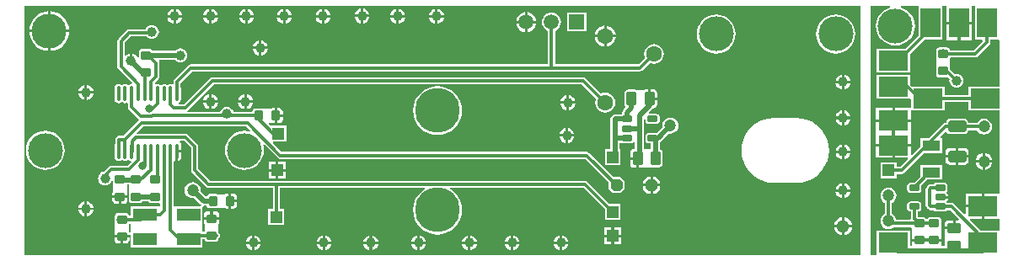
<source format=gbl>
G04 Layer_Physical_Order=2*
G04 Layer_Color=16711680*
%FSLAX42Y42*%
%MOMM*%
G71*
G01*
G75*
G04:AMPARAMS|DCode=10|XSize=1mm|YSize=0.9mm|CornerRadius=0.11mm|HoleSize=0mm|Usage=FLASHONLY|Rotation=90.000|XOffset=0mm|YOffset=0mm|HoleType=Round|Shape=RoundedRectangle|*
%AMROUNDEDRECTD10*
21,1,1.00,0.68,0,0,90.0*
21,1,0.78,0.90,0,0,90.0*
1,1,0.23,0.34,0.39*
1,1,0.23,0.34,-0.39*
1,1,0.23,-0.34,-0.39*
1,1,0.23,-0.34,0.39*
%
%ADD10ROUNDEDRECTD10*%
%ADD11R,3.00X2.00*%
%ADD14C,0.30*%
%ADD15C,0.50*%
%ADD16R,1.20X1.20*%
%ADD17C,4.50*%
%ADD18C,3.50*%
%ADD19P,1.30X8X22.5*%
%ADD20C,1.60*%
%ADD21C,1.50*%
%ADD22R,1.50X1.50*%
%ADD23C,1.20*%
%ADD24C,1.52*%
%ADD25C,1.00*%
%ADD26C,1.30*%
%ADD27C,0.80*%
G04:AMPARAMS|DCode=28|XSize=1mm|YSize=0.9mm|CornerRadius=0.11mm|HoleSize=0mm|Usage=FLASHONLY|Rotation=0.000|XOffset=0mm|YOffset=0mm|HoleType=Round|Shape=RoundedRectangle|*
%AMROUNDEDRECTD28*
21,1,1.00,0.68,0,0,0.0*
21,1,0.78,0.90,0,0,0.0*
1,1,0.23,0.39,-0.34*
1,1,0.23,-0.39,-0.34*
1,1,0.23,-0.39,0.34*
1,1,0.23,0.39,0.34*
%
%ADD28ROUNDEDRECTD28*%
%ADD29R,2.40X1.30*%
G04:AMPARAMS|DCode=30|XSize=1.4mm|YSize=1mm|CornerRadius=0.13mm|HoleSize=0mm|Usage=FLASHONLY|Rotation=90.000|XOffset=0mm|YOffset=0mm|HoleType=Round|Shape=RoundedRectangle|*
%AMROUNDEDRECTD30*
21,1,1.40,0.75,0,0,90.0*
21,1,1.15,1.00,0,0,90.0*
1,1,0.25,0.38,0.57*
1,1,0.25,0.38,-0.57*
1,1,0.25,-0.38,-0.57*
1,1,0.25,-0.38,0.57*
%
%ADD30ROUNDEDRECTD30*%
%ADD31O,0.40X1.50*%
G04:AMPARAMS|DCode=32|XSize=0.6mm|YSize=1mm|CornerRadius=0.08mm|HoleSize=0mm|Usage=FLASHONLY|Rotation=90.000|XOffset=0mm|YOffset=0mm|HoleType=Round|Shape=RoundedRectangle|*
%AMROUNDEDRECTD32*
21,1,0.60,0.85,0,0,90.0*
21,1,0.45,1.00,0,0,90.0*
1,1,0.15,0.42,0.23*
1,1,0.15,0.42,-0.23*
1,1,0.15,-0.42,-0.23*
1,1,0.15,-0.42,0.23*
%
%ADD32ROUNDEDRECTD32*%
%ADD33R,2.00X3.00*%
G04:AMPARAMS|DCode=34|XSize=1.8mm|YSize=1.15mm|CornerRadius=0.14mm|HoleSize=0mm|Usage=FLASHONLY|Rotation=0.000|XOffset=0mm|YOffset=0mm|HoleType=Round|Shape=RoundedRectangle|*
%AMROUNDEDRECTD34*
21,1,1.80,0.86,0,0,0.0*
21,1,1.51,1.15,0,0,0.0*
1,1,0.29,0.76,-0.43*
1,1,0.29,-0.76,-0.43*
1,1,0.29,-0.76,0.43*
1,1,0.29,0.76,0.43*
%
%ADD34ROUNDEDRECTD34*%
%ADD35R,1.80X1.10*%
G04:AMPARAMS|DCode=36|XSize=1.4mm|YSize=1mm|CornerRadius=0.13mm|HoleSize=0mm|Usage=FLASHONLY|Rotation=180.000|XOffset=0mm|YOffset=0mm|HoleType=Round|Shape=RoundedRectangle|*
%AMROUNDEDRECTD36*
21,1,1.40,0.75,0,0,180.0*
21,1,1.15,1.00,0,0,180.0*
1,1,0.25,-0.57,0.38*
1,1,0.25,0.57,0.38*
1,1,0.25,0.57,-0.38*
1,1,0.25,-0.57,-0.38*
%
%ADD36ROUNDEDRECTD36*%
G36*
X9600Y2210D02*
X9672D01*
X9677Y2197D01*
X9585Y2106D01*
X9350D01*
X9348Y2116D01*
X9341Y2126D01*
X9331Y2133D01*
X9319Y2136D01*
X9280D01*
X9280Y2136D01*
X9280Y2136D01*
X9241D01*
X9229Y2133D01*
X9219Y2126D01*
X9212Y2116D01*
X9209Y2104D01*
Y2036D01*
X9211Y2026D01*
X9210Y2025D01*
Y1945D01*
X9211Y1944D01*
X9209Y1934D01*
Y1866D01*
X9212Y1854D01*
X9219Y1844D01*
X9229Y1837D01*
X9241Y1834D01*
X9319D01*
X9326Y1836D01*
X9345Y1817D01*
X9342Y1800D01*
X9345Y1781D01*
X9352Y1764D01*
X9363Y1750D01*
X9378Y1739D01*
X9395Y1732D01*
X9413Y1729D01*
X9431Y1732D01*
X9448Y1739D01*
X9463Y1750D01*
X9474Y1764D01*
X9481Y1781D01*
X9483Y1800D01*
X9481Y1818D01*
X9474Y1835D01*
X9463Y1850D01*
X9448Y1861D01*
X9431Y1868D01*
X9413Y1870D01*
X9395Y1868D01*
X9351Y1912D01*
Y1934D01*
X9349Y1944D01*
X9350Y1945D01*
Y2025D01*
X9359Y2034D01*
X9600D01*
X9614Y2037D01*
X9625Y2045D01*
X9745Y2165D01*
X9753Y2176D01*
X9756Y2190D01*
Y2210D01*
X9840D01*
X9850Y2203D01*
Y1740D01*
X9530D01*
Y1656D01*
X9300D01*
Y1740D01*
X8970D01*
X8950Y1760D01*
Y1860D01*
X8610D01*
Y1620D01*
X8950D01*
X8960Y1613D01*
Y1536D01*
X8955Y1525D01*
X8947Y1525D01*
X8793D01*
Y1413D01*
X8955D01*
Y1489D01*
X8960Y1500D01*
X8968Y1500D01*
X9300D01*
Y1584D01*
X9530D01*
Y1500D01*
X9850D01*
Y665D01*
X9693D01*
Y540D01*
Y415D01*
X9850D01*
Y303D01*
X9850Y290D01*
X9660D01*
X9548Y403D01*
X9552Y415D01*
X9667D01*
Y527D01*
X9505D01*
Y462D01*
X9493Y458D01*
X9390Y560D01*
X9379Y568D01*
X9365Y571D01*
X9319D01*
X9317Y577D01*
X9316Y584D01*
X9323Y595D01*
X9326Y607D01*
Y617D01*
X9250D01*
Y643D01*
X9326D01*
Y653D01*
X9323Y665D01*
X9316Y676D01*
X9318Y691D01*
X9318Y692D01*
X9321Y703D01*
Y747D01*
X9318Y758D01*
X9312Y767D01*
X9303Y773D01*
X9293Y776D01*
X9207D01*
X9197Y773D01*
X9188Y767D01*
X9183Y761D01*
X9155D01*
X9141Y758D01*
X9130Y750D01*
X9115Y735D01*
X9107Y724D01*
X9104Y710D01*
Y550D01*
X9107Y536D01*
X9115Y525D01*
X9130Y510D01*
X9141Y502D01*
X9155Y499D01*
X9183D01*
X9188Y493D01*
X9197Y487D01*
X9207Y484D01*
X9293D01*
X9303Y487D01*
X9312Y493D01*
X9317Y499D01*
X9350D01*
X9441Y409D01*
X9435Y396D01*
X9403D01*
Y320D01*
X9390D01*
Y307D01*
X9294D01*
Y283D01*
X9297Y268D01*
X9300Y263D01*
Y183D01*
X9300Y182D01*
X9299Y177D01*
Y136D01*
X9269D01*
X9266Y143D01*
X9264Y149D01*
X9266Y161D01*
Y182D01*
X9190D01*
Y208D01*
X9266D01*
Y229D01*
X9263Y243D01*
X9260Y248D01*
Y320D01*
X9259Y321D01*
X9261Y331D01*
Y399D01*
X9258Y411D01*
X9251Y421D01*
X9241Y428D01*
X9229Y431D01*
X9151D01*
X9139Y428D01*
X9129Y421D01*
X9122Y411D01*
X9121Y409D01*
X9109D01*
X9108Y411D01*
X9101Y421D01*
X9091Y428D01*
X9079Y431D01*
X9026D01*
Y484D01*
X9032D01*
X9043Y487D01*
X9052Y493D01*
X9058Y502D01*
X9061Y512D01*
Y557D01*
X9058Y568D01*
X9052Y577D01*
X9043Y583D01*
X9032Y586D01*
X8947D01*
X8937Y583D01*
X8928Y577D01*
X8922Y568D01*
X8919Y557D01*
Y512D01*
X8922Y502D01*
X8928Y493D01*
X8937Y487D01*
X8947Y484D01*
X8954D01*
Y415D01*
X8955Y413D01*
X8944Y401D01*
X8809D01*
X8808Y411D01*
X8800Y430D01*
X8787Y447D01*
X8770Y460D01*
X8766Y462D01*
Y572D01*
X8770Y574D01*
X8787Y587D01*
X8800Y604D01*
X8808Y623D01*
X8811Y644D01*
X8808Y665D01*
X8800Y684D01*
X8787Y701D01*
X8770Y714D01*
X8751Y722D01*
X8730Y725D01*
X8709Y722D01*
X8690Y714D01*
X8673Y701D01*
X8660Y684D01*
X8652Y665D01*
X8649Y644D01*
X8652Y623D01*
X8660Y604D01*
X8673Y587D01*
X8690Y574D01*
X8694Y572D01*
Y462D01*
X8690Y460D01*
X8673Y447D01*
X8660Y430D01*
X8652Y411D01*
X8649Y390D01*
X8652Y369D01*
X8660Y350D01*
X8673Y333D01*
X8690Y320D01*
X8709Y312D01*
X8730Y309D01*
X8751Y312D01*
X8770Y320D01*
X8782Y329D01*
X8961D01*
X8970Y320D01*
Y248D01*
X8967Y243D01*
X8964Y229D01*
Y208D01*
X9040D01*
Y182D01*
X8964D01*
Y161D01*
X8966Y152D01*
X8958Y141D01*
X8950Y143D01*
Y290D01*
X8610D01*
Y50D01*
X8550D01*
Y2550D01*
X8744D01*
X8746Y2537D01*
X8725Y2531D01*
X8691Y2513D01*
X8661Y2489D01*
X8637Y2459D01*
X8619Y2425D01*
X8608Y2388D01*
X8604Y2350D01*
X8608Y2312D01*
X8619Y2275D01*
X8637Y2241D01*
X8661Y2211D01*
X8691Y2187D01*
X8725Y2169D01*
X8762Y2158D01*
X8800Y2154D01*
X8838Y2158D01*
X8875Y2169D01*
X8909Y2187D01*
X8939Y2211D01*
X8963Y2241D01*
X8981Y2275D01*
X8992Y2312D01*
X8996Y2350D01*
X8992Y2388D01*
X8981Y2425D01*
X8963Y2459D01*
X8939Y2489D01*
X8909Y2513D01*
X8875Y2531D01*
X8854Y2537D01*
X8856Y2550D01*
X9030D01*
Y2250D01*
X8900Y2120D01*
X8610D01*
Y1880D01*
X8950D01*
Y2070D01*
X9090Y2210D01*
X9270D01*
Y2550D01*
X9315D01*
Y2393D01*
X9440D01*
X9565D01*
Y2550D01*
X9600D01*
Y2210D01*
D02*
G37*
G36*
X8450Y50D02*
X50D01*
Y2550D01*
X8450Y2550D01*
Y50D01*
D02*
G37*
%LPC*%
G36*
X9565Y2367D02*
X9453D01*
Y2205D01*
X9565D01*
Y2367D01*
D02*
G37*
G36*
X9427D02*
X9315D01*
Y2205D01*
X9427D01*
Y2367D01*
D02*
G37*
G36*
X8767Y1525D02*
X8605D01*
Y1413D01*
X8767D01*
Y1525D01*
D02*
G37*
G36*
X9690Y1421D02*
X9669Y1418D01*
X9650Y1410D01*
X9633Y1397D01*
X9620Y1380D01*
X9618Y1376D01*
X9531D01*
Y1383D01*
X9528Y1397D01*
X9520Y1408D01*
X9509Y1416D01*
X9496Y1418D01*
X9344D01*
X9331Y1416D01*
X9320Y1408D01*
X9312Y1397D01*
X9309Y1383D01*
Y1376D01*
X9305D01*
X9291Y1373D01*
X9280Y1365D01*
X9140Y1225D01*
X9050D01*
Y1135D01*
X8967Y1053D01*
X8955Y1057D01*
Y1137D01*
X8793D01*
Y1025D01*
X8923D01*
X8927Y1013D01*
X8848Y934D01*
X8810D01*
Y978D01*
X8650D01*
Y818D01*
X8810D01*
Y862D01*
X8863D01*
X8877Y865D01*
X8888Y873D01*
X9090Y1075D01*
X9270D01*
Y1225D01*
X9257D01*
X9252Y1237D01*
X9300Y1284D01*
X9314Y1281D01*
X9320Y1272D01*
X9331Y1264D01*
X9344Y1262D01*
X9496D01*
X9509Y1264D01*
X9520Y1272D01*
X9528Y1283D01*
X9531Y1297D01*
Y1304D01*
X9618D01*
X9620Y1300D01*
X9633Y1283D01*
X9650Y1270D01*
X9669Y1262D01*
X9690Y1259D01*
X9711Y1262D01*
X9730Y1270D01*
X9747Y1283D01*
X9760Y1300D01*
X9768Y1319D01*
X9771Y1340D01*
X9768Y1361D01*
X9760Y1380D01*
X9747Y1397D01*
X9730Y1410D01*
X9711Y1418D01*
X9690Y1421D01*
D02*
G37*
G36*
X8955Y1387D02*
X8780D01*
X8605D01*
Y1275D01*
Y1163D01*
X8780D01*
X8955D01*
Y1275D01*
Y1387D01*
D02*
G37*
G36*
X9496Y1124D02*
X9433D01*
Y1053D01*
X9536D01*
Y1083D01*
X9533Y1099D01*
X9524Y1112D01*
X9511Y1121D01*
X9496Y1124D01*
D02*
G37*
G36*
X9407D02*
X9344D01*
X9329Y1121D01*
X9316Y1112D01*
X9307Y1099D01*
X9304Y1083D01*
Y1053D01*
X9407D01*
Y1124D01*
D02*
G37*
G36*
X8767Y1137D02*
X8605D01*
Y1025D01*
X8767D01*
Y1137D01*
D02*
G37*
G36*
X9703Y1074D02*
Y1003D01*
X9774D01*
X9773Y1012D01*
X9765Y1033D01*
X9751Y1051D01*
X9733Y1065D01*
X9712Y1073D01*
X9703Y1074D01*
D02*
G37*
G36*
X9677Y1074D02*
X9668Y1073D01*
X9647Y1065D01*
X9629Y1051D01*
X9615Y1033D01*
X9607Y1012D01*
X9606Y1003D01*
X9677D01*
Y1074D01*
D02*
G37*
G36*
X9536Y1027D02*
X9433D01*
Y956D01*
X9496D01*
X9511Y959D01*
X9524Y968D01*
X9533Y981D01*
X9536Y997D01*
Y1027D01*
D02*
G37*
G36*
X9407D02*
X9304D01*
Y997D01*
X9307Y981D01*
X9316Y968D01*
X9329Y959D01*
X9344Y956D01*
X9407D01*
Y1027D01*
D02*
G37*
G36*
X9774Y977D02*
X9703D01*
Y906D01*
X9712Y907D01*
X9733Y915D01*
X9751Y929D01*
X9765Y947D01*
X9773Y968D01*
X9774Y977D01*
D02*
G37*
G36*
X9677D02*
X9606D01*
X9607Y968D01*
X9615Y947D01*
X9629Y929D01*
X9647Y915D01*
X9668Y907D01*
X9677Y906D01*
Y977D01*
D02*
G37*
G36*
X9270Y955D02*
X9050D01*
Y835D01*
X8990Y776D01*
X8947D01*
X8937Y773D01*
X8928Y767D01*
X8922Y758D01*
X8919Y747D01*
Y703D01*
X8922Y692D01*
X8928Y683D01*
X8937Y677D01*
X8947Y674D01*
X9032D01*
X9043Y677D01*
X9052Y683D01*
X9058Y692D01*
X9061Y703D01*
Y745D01*
X9120Y805D01*
X9270D01*
Y955D01*
D02*
G37*
G36*
X9667Y665D02*
X9505D01*
Y553D01*
X9667D01*
Y665D01*
D02*
G37*
G36*
X9377Y396D02*
X9332D01*
X9318Y393D01*
X9305Y385D01*
X9297Y372D01*
X9294Y358D01*
Y333D01*
X9377D01*
Y396D01*
D02*
G37*
G36*
X3455Y2527D02*
Y2465D01*
X3517D01*
X3516Y2472D01*
X3509Y2491D01*
X3496Y2506D01*
X3481Y2519D01*
X3462Y2526D01*
X3455Y2527D01*
D02*
G37*
G36*
X3430D02*
X3423Y2526D01*
X3405Y2519D01*
X3389Y2506D01*
X3377Y2491D01*
X3369Y2472D01*
X3368Y2465D01*
X3430D01*
Y2527D01*
D02*
G37*
G36*
X4203Y2524D02*
Y2463D01*
X4264D01*
X4263Y2470D01*
X4256Y2488D01*
X4244Y2504D01*
X4228Y2516D01*
X4210Y2523D01*
X4203Y2524D01*
D02*
G37*
G36*
X4177D02*
X4170Y2523D01*
X4152Y2516D01*
X4136Y2504D01*
X4124Y2488D01*
X4117Y2470D01*
X4116Y2463D01*
X4177D01*
Y2524D01*
D02*
G37*
G36*
X3813D02*
Y2463D01*
X3874D01*
X3873Y2470D01*
X3866Y2488D01*
X3854Y2504D01*
X3838Y2516D01*
X3820Y2523D01*
X3813Y2524D01*
D02*
G37*
G36*
X3787D02*
X3780Y2523D01*
X3762Y2516D01*
X3746Y2504D01*
X3734Y2488D01*
X3727Y2470D01*
X3726Y2463D01*
X3787D01*
Y2524D01*
D02*
G37*
G36*
X3063D02*
Y2463D01*
X3124D01*
X3123Y2470D01*
X3116Y2488D01*
X3104Y2504D01*
X3088Y2516D01*
X3070Y2523D01*
X3063Y2524D01*
D02*
G37*
G36*
X3037D02*
X3030Y2523D01*
X3012Y2516D01*
X2996Y2504D01*
X2984Y2488D01*
X2977Y2470D01*
X2976Y2463D01*
X3037D01*
Y2524D01*
D02*
G37*
G36*
X2673D02*
Y2463D01*
X2734D01*
X2733Y2470D01*
X2726Y2488D01*
X2714Y2504D01*
X2698Y2516D01*
X2680Y2523D01*
X2673Y2524D01*
D02*
G37*
G36*
X2647D02*
X2640Y2523D01*
X2622Y2516D01*
X2606Y2504D01*
X2594Y2488D01*
X2587Y2470D01*
X2586Y2463D01*
X2647D01*
Y2524D01*
D02*
G37*
G36*
X2293D02*
Y2463D01*
X2354D01*
X2353Y2470D01*
X2346Y2488D01*
X2334Y2504D01*
X2318Y2516D01*
X2300Y2523D01*
X2293Y2524D01*
D02*
G37*
G36*
X2267D02*
X2260Y2523D01*
X2242Y2516D01*
X2226Y2504D01*
X2214Y2488D01*
X2207Y2470D01*
X2206Y2463D01*
X2267D01*
Y2524D01*
D02*
G37*
G36*
X1933D02*
Y2463D01*
X1994D01*
X1993Y2470D01*
X1986Y2488D01*
X1974Y2504D01*
X1958Y2516D01*
X1940Y2523D01*
X1933Y2524D01*
D02*
G37*
G36*
X1907D02*
X1900Y2523D01*
X1882Y2516D01*
X1866Y2504D01*
X1854Y2488D01*
X1847Y2470D01*
X1846Y2463D01*
X1907D01*
Y2524D01*
D02*
G37*
G36*
X1573D02*
Y2463D01*
X1634D01*
X1633Y2470D01*
X1626Y2488D01*
X1614Y2504D01*
X1598Y2516D01*
X1580Y2523D01*
X1573Y2524D01*
D02*
G37*
G36*
X1547D02*
X1540Y2523D01*
X1522Y2516D01*
X1506Y2504D01*
X1494Y2488D01*
X1487Y2470D01*
X1486Y2463D01*
X1547D01*
Y2524D01*
D02*
G37*
G36*
X5105Y2490D02*
Y2403D01*
X5192D01*
X5190Y2416D01*
X5180Y2441D01*
X5164Y2462D01*
X5143Y2478D01*
X5118Y2488D01*
X5105Y2490D01*
D02*
G37*
G36*
X5079Y2490D02*
X5066Y2488D01*
X5041Y2478D01*
X5020Y2462D01*
X5004Y2441D01*
X4994Y2416D01*
X4992Y2403D01*
X5079D01*
Y2490D01*
D02*
G37*
G36*
X3517Y2440D02*
X3455D01*
Y2378D01*
X3462Y2379D01*
X3481Y2387D01*
X3496Y2399D01*
X3509Y2415D01*
X3516Y2433D01*
X3517Y2440D01*
D02*
G37*
G36*
X3430D02*
X3368D01*
X3369Y2433D01*
X3377Y2415D01*
X3389Y2399D01*
X3405Y2387D01*
X3423Y2379D01*
X3430Y2378D01*
Y2440D01*
D02*
G37*
G36*
X4264Y2437D02*
X4203D01*
Y2376D01*
X4210Y2377D01*
X4228Y2384D01*
X4244Y2396D01*
X4256Y2412D01*
X4263Y2430D01*
X4264Y2437D01*
D02*
G37*
G36*
X4177D02*
X4116D01*
X4117Y2430D01*
X4124Y2412D01*
X4136Y2396D01*
X4152Y2384D01*
X4170Y2377D01*
X4177Y2376D01*
Y2437D01*
D02*
G37*
G36*
X3874D02*
X3813D01*
Y2376D01*
X3820Y2377D01*
X3838Y2384D01*
X3854Y2396D01*
X3866Y2412D01*
X3873Y2430D01*
X3874Y2437D01*
D02*
G37*
G36*
X3787D02*
X3726D01*
X3727Y2430D01*
X3734Y2412D01*
X3746Y2396D01*
X3762Y2384D01*
X3780Y2377D01*
X3787Y2376D01*
Y2437D01*
D02*
G37*
G36*
X3124D02*
X3063D01*
Y2376D01*
X3070Y2377D01*
X3088Y2384D01*
X3104Y2396D01*
X3116Y2412D01*
X3123Y2430D01*
X3124Y2437D01*
D02*
G37*
G36*
X3037D02*
X2976D01*
X2977Y2430D01*
X2984Y2412D01*
X2996Y2396D01*
X3012Y2384D01*
X3030Y2377D01*
X3037Y2376D01*
Y2437D01*
D02*
G37*
G36*
X2734D02*
X2673D01*
Y2376D01*
X2680Y2377D01*
X2698Y2384D01*
X2714Y2396D01*
X2726Y2412D01*
X2733Y2430D01*
X2734Y2437D01*
D02*
G37*
G36*
X2647D02*
X2586D01*
X2587Y2430D01*
X2594Y2412D01*
X2606Y2396D01*
X2622Y2384D01*
X2640Y2377D01*
X2647Y2376D01*
Y2437D01*
D02*
G37*
G36*
X2354D02*
X2293D01*
Y2376D01*
X2300Y2377D01*
X2318Y2384D01*
X2334Y2396D01*
X2346Y2412D01*
X2353Y2430D01*
X2354Y2437D01*
D02*
G37*
G36*
X2267D02*
X2206D01*
X2207Y2430D01*
X2214Y2412D01*
X2226Y2396D01*
X2242Y2384D01*
X2260Y2377D01*
X2267Y2376D01*
Y2437D01*
D02*
G37*
G36*
X1994D02*
X1933D01*
Y2376D01*
X1940Y2377D01*
X1958Y2384D01*
X1974Y2396D01*
X1986Y2412D01*
X1993Y2430D01*
X1994Y2437D01*
D02*
G37*
G36*
X1907D02*
X1846D01*
X1847Y2430D01*
X1854Y2412D01*
X1866Y2396D01*
X1882Y2384D01*
X1900Y2377D01*
X1907Y2376D01*
Y2437D01*
D02*
G37*
G36*
X1634D02*
X1573D01*
Y2376D01*
X1580Y2377D01*
X1598Y2384D01*
X1614Y2396D01*
X1626Y2412D01*
X1633Y2430D01*
X1634Y2437D01*
D02*
G37*
G36*
X1547D02*
X1486D01*
X1487Y2430D01*
X1494Y2412D01*
X1506Y2396D01*
X1522Y2384D01*
X1540Y2377D01*
X1547Y2376D01*
Y2437D01*
D02*
G37*
G36*
X313Y2500D02*
Y2313D01*
X500D01*
X498Y2339D01*
X486Y2377D01*
X467Y2412D01*
X442Y2442D01*
X412Y2467D01*
X377Y2486D01*
X339Y2497D01*
X313Y2500D01*
D02*
G37*
G36*
X287D02*
X261Y2497D01*
X223Y2486D01*
X188Y2467D01*
X158Y2442D01*
X133Y2412D01*
X114Y2377D01*
X103Y2339D01*
X100Y2313D01*
X287D01*
Y2500D01*
D02*
G37*
G36*
X5695Y2485D02*
X5505D01*
Y2295D01*
X5695D01*
Y2485D01*
D02*
G37*
G36*
X5192Y2377D02*
X5105D01*
Y2290D01*
X5118Y2292D01*
X5143Y2302D01*
X5164Y2318D01*
X5180Y2339D01*
X5190Y2364D01*
X5192Y2377D01*
D02*
G37*
G36*
X5079D02*
X4992D01*
X4994Y2364D01*
X5004Y2339D01*
X5020Y2318D01*
X5041Y2302D01*
X5066Y2292D01*
X5079Y2290D01*
Y2377D01*
D02*
G37*
G36*
X5898Y2355D02*
Y2263D01*
X5990D01*
X5988Y2278D01*
X5977Y2303D01*
X5960Y2325D01*
X5938Y2342D01*
X5913Y2353D01*
X5898Y2355D01*
D02*
G37*
G36*
X5872Y2355D02*
X5857Y2353D01*
X5832Y2342D01*
X5810Y2325D01*
X5793Y2303D01*
X5782Y2278D01*
X5780Y2263D01*
X5872D01*
Y2355D01*
D02*
G37*
G36*
X5346Y2486D02*
X5321Y2483D01*
X5298Y2473D01*
X5278Y2458D01*
X5263Y2438D01*
X5253Y2415D01*
X5250Y2390D01*
X5253Y2365D01*
X5263Y2342D01*
X5278Y2322D01*
X5298Y2307D01*
X5310Y2302D01*
Y1966D01*
X1720D01*
X1706Y1963D01*
X1695Y1955D01*
X1557Y1818D01*
X1550Y1806D01*
X1547Y1793D01*
Y1769D01*
X1534Y1762D01*
X1533Y1763D01*
X1518Y1766D01*
X1502Y1763D01*
X1489Y1754D01*
X1481D01*
X1468Y1763D01*
X1453Y1766D01*
X1437Y1763D01*
X1429Y1758D01*
X1420Y1755D01*
X1411Y1758D01*
X1403Y1763D01*
X1387Y1766D01*
X1373Y1763D01*
X1362Y1770D01*
X1361Y1780D01*
X1395Y1815D01*
X1395Y1815D01*
X1395Y1815D01*
X1399Y1821D01*
X1403Y1826D01*
X1403Y1826D01*
X1403Y1826D01*
X1404Y1833D01*
X1406Y1840D01*
X1406Y1840D01*
X1406Y1840D01*
Y1980D01*
X1403Y1994D01*
X1401Y1996D01*
X1408Y2009D01*
X1545D01*
X1562D01*
X1565Y2005D01*
X1580Y1994D01*
X1597Y1987D01*
X1615Y1984D01*
X1633Y1987D01*
X1650Y1994D01*
X1665Y2005D01*
X1676Y2020D01*
X1683Y2037D01*
X1686Y2055D01*
X1683Y2073D01*
X1676Y2090D01*
X1665Y2105D01*
X1650Y2116D01*
X1633Y2123D01*
X1615Y2126D01*
X1597Y2123D01*
X1580Y2116D01*
X1565Y2105D01*
X1562Y2101D01*
X1545D01*
X1338D01*
X1338Y2101D01*
X1331Y2111D01*
X1321Y2118D01*
X1309Y2121D01*
X1231D01*
X1219Y2118D01*
X1209Y2111D01*
X1202Y2101D01*
X1199Y2089D01*
Y2039D01*
X1187Y2036D01*
X1186Y2038D01*
X1174Y2054D01*
X1158Y2066D01*
X1140Y2073D01*
X1133Y2074D01*
Y2000D01*
X1107D01*
Y2074D01*
X1100Y2073D01*
X1082Y2066D01*
X1068Y2055D01*
X1056Y2059D01*
Y2185D01*
X1115Y2244D01*
X1277D01*
X1280Y2240D01*
X1295Y2229D01*
X1312Y2222D01*
X1330Y2219D01*
X1348Y2222D01*
X1365Y2229D01*
X1380Y2240D01*
X1391Y2255D01*
X1398Y2272D01*
X1401Y2290D01*
X1398Y2308D01*
X1391Y2325D01*
X1380Y2340D01*
X1365Y2351D01*
X1348Y2358D01*
X1330Y2361D01*
X1312Y2358D01*
X1295Y2351D01*
X1280Y2340D01*
X1269Y2325D01*
X1265Y2316D01*
X1100D01*
X1086Y2313D01*
X1075Y2305D01*
X995Y2225D01*
X987Y2214D01*
X984Y2200D01*
Y1940D01*
X984Y1940D01*
X984Y1940D01*
X986Y1933D01*
X987Y1926D01*
X987Y1926D01*
X987Y1926D01*
X991Y1921D01*
X995Y1915D01*
X995Y1915D01*
X995Y1915D01*
X1132Y1778D01*
X1129Y1770D01*
X1126Y1766D01*
X1112Y1763D01*
X1099Y1754D01*
X1091D01*
X1078Y1763D01*
X1062Y1766D01*
X1047Y1763D01*
X1034Y1754D01*
X1026D01*
X1013Y1763D01*
X998Y1766D01*
X982Y1763D01*
X969Y1754D01*
X960Y1741D01*
X957Y1725D01*
Y1615D01*
X960Y1599D01*
X969Y1586D01*
X982Y1577D01*
X998Y1574D01*
X1013Y1577D01*
X1026Y1586D01*
X1034D01*
X1047Y1577D01*
X1062Y1574D01*
X1078Y1577D01*
X1079Y1578D01*
X1092Y1571D01*
Y1533D01*
X1095Y1519D01*
X1102Y1507D01*
X1190Y1420D01*
X1197Y1415D01*
X1197Y1415D01*
X1200Y1402D01*
X1199Y1400D01*
X1045Y1246D01*
X998D01*
X984Y1243D01*
X972Y1235D01*
X965Y1224D01*
X962Y1210D01*
Y1164D01*
X960Y1161D01*
X957Y1145D01*
Y1035D01*
X960Y1019D01*
X969Y1006D01*
X982Y997D01*
X998Y994D01*
X1013Y997D01*
X1026Y1006D01*
X1034D01*
X1047Y997D01*
X1062Y994D01*
X1078Y997D01*
X1091Y1006D01*
X1099D01*
X1112Y997D01*
X1118Y996D01*
X1122Y982D01*
X1085Y946D01*
X920D01*
X906Y943D01*
X895Y935D01*
X849Y889D01*
X842Y888D01*
X825Y881D01*
X810Y870D01*
X799Y855D01*
X792Y838D01*
X789Y820D01*
X792Y802D01*
X799Y785D01*
X810Y770D01*
X825Y759D01*
X842Y752D01*
X860Y749D01*
X878Y752D01*
X895Y759D01*
X910Y770D01*
X921Y785D01*
X927Y798D01*
X939Y796D01*
Y771D01*
X941Y761D01*
X940Y760D01*
Y688D01*
X937Y683D01*
X934Y669D01*
Y648D01*
X1086D01*
Y669D01*
X1083Y683D01*
X1080Y688D01*
Y754D01*
X1100D01*
Y680D01*
X1101Y679D01*
X1099Y669D01*
Y601D01*
X1102Y589D01*
X1109Y579D01*
X1119Y572D01*
X1131Y569D01*
X1209D01*
X1221Y572D01*
X1231Y579D01*
X1238Y589D01*
X1238Y589D01*
X1292D01*
X1292Y589D01*
X1299Y579D01*
X1309Y572D01*
X1321Y569D01*
X1399D01*
X1404Y570D01*
X1417Y562D01*
Y539D01*
X1120D01*
Y535D01*
X1120D01*
Y441D01*
X1100D01*
X1098Y451D01*
X1091Y461D01*
X1081Y468D01*
X1069Y471D01*
X991D01*
X979Y468D01*
X969Y461D01*
X962Y451D01*
X959Y439D01*
Y422D01*
X957Y419D01*
X954Y405D01*
X957Y391D01*
X959Y388D01*
Y371D01*
X961Y361D01*
X960Y360D01*
Y288D01*
X957Y283D01*
X954Y269D01*
Y248D01*
X1106D01*
Y269D01*
X1103Y283D01*
X1100Y288D01*
Y359D01*
X1110Y368D01*
X1120Y366D01*
Y365D01*
X1120D01*
Y295D01*
X1120D01*
Y125D01*
X1120D01*
Y120D01*
X1839D01*
Y125D01*
X1840D01*
Y209D01*
X1860D01*
X1862Y199D01*
X1869Y189D01*
X1879Y182D01*
X1891Y179D01*
X1969D01*
X1981Y182D01*
X1991Y189D01*
X1998Y199D01*
X2001Y211D01*
Y217D01*
X2005Y220D01*
X2013Y231D01*
X2016Y245D01*
X2013Y259D01*
X2005Y270D01*
X2001Y273D01*
Y279D01*
X1999Y289D01*
X2000Y290D01*
Y362D01*
X2003Y367D01*
X2006Y381D01*
Y402D01*
X1930D01*
X1854D01*
Y381D01*
X1857Y367D01*
X1860Y362D01*
Y291D01*
X1850Y282D01*
X1840Y284D01*
Y295D01*
X1839D01*
Y365D01*
X1840D01*
Y533D01*
X1843Y538D01*
X1850Y544D01*
X1850Y544D01*
X1881D01*
X1882Y539D01*
X1889Y529D01*
X1899Y522D01*
X1911Y519D01*
X1979D01*
X1989Y521D01*
X1990Y520D01*
X2062D01*
X2067Y517D01*
X2081Y514D01*
X2102D01*
Y590D01*
Y666D01*
X2081D01*
X2067Y663D01*
X2062Y660D01*
X1990D01*
X1989Y659D01*
X1979Y661D01*
X1911D01*
X1899Y658D01*
X1889Y651D01*
X1882Y641D01*
X1881Y637D01*
X1869Y636D01*
X1819Y686D01*
X1821Y700D01*
X1818Y721D01*
X1810Y740D01*
X1797Y757D01*
X1780Y770D01*
X1761Y778D01*
X1740Y781D01*
X1719Y778D01*
X1700Y770D01*
X1683Y757D01*
X1670Y740D01*
X1662Y721D01*
X1659Y700D01*
X1662Y679D01*
X1670Y660D01*
X1683Y643D01*
X1700Y630D01*
X1719Y622D01*
X1740Y619D01*
X1754Y621D01*
X1818Y558D01*
X1826Y552D01*
X1822Y539D01*
X1553D01*
Y987D01*
X1563Y992D01*
X1566Y992D01*
X1570Y991D01*
Y1090D01*
X1582D01*
Y1103D01*
X1629D01*
Y1145D01*
X1625Y1163D01*
X1615Y1178D01*
X1609Y1182D01*
X1613Y1194D01*
X1655D01*
X1724Y1125D01*
Y900D01*
X1727Y886D01*
X1735Y875D01*
X1875Y735D01*
X1886Y727D01*
X1900Y724D01*
X2544D01*
Y510D01*
X2500D01*
Y350D01*
X2660D01*
Y510D01*
X2616D01*
Y724D01*
X4074D01*
X4077Y712D01*
X4063Y705D01*
X4026Y674D01*
X3995Y637D01*
X3973Y594D01*
X3959Y548D01*
X3954Y500D01*
X3959Y452D01*
X3973Y406D01*
X3995Y363D01*
X4026Y326D01*
X4063Y295D01*
X4106Y273D01*
X4152Y259D01*
X4200Y254D01*
X4248Y259D01*
X4294Y273D01*
X4337Y295D01*
X4374Y326D01*
X4405Y363D01*
X4427Y406D01*
X4441Y452D01*
X4446Y500D01*
X4441Y548D01*
X4427Y594D01*
X4405Y637D01*
X4374Y674D01*
X4337Y705D01*
X4323Y712D01*
X4326Y724D01*
X5665D01*
X5880Y510D01*
Y400D01*
X6040D01*
Y560D01*
X5930D01*
X5705Y785D01*
X5694Y793D01*
X5680Y796D01*
X1915D01*
X1796Y915D01*
Y1140D01*
X1793Y1154D01*
X1785Y1165D01*
X1695Y1255D01*
X1684Y1263D01*
X1670Y1266D01*
X1184D01*
X1179Y1278D01*
X1245Y1344D01*
X2275D01*
X2321Y1299D01*
X2314Y1287D01*
X2298Y1292D01*
X2260Y1296D01*
X2222Y1292D01*
X2185Y1281D01*
X2151Y1263D01*
X2121Y1239D01*
X2097Y1209D01*
X2079Y1175D01*
X2068Y1138D01*
X2064Y1100D01*
X2068Y1062D01*
X2079Y1025D01*
X2097Y991D01*
X2121Y961D01*
X2151Y937D01*
X2185Y919D01*
X2222Y908D01*
X2260Y904D01*
X2298Y908D01*
X2335Y919D01*
X2369Y937D01*
X2399Y961D01*
X2423Y991D01*
X2441Y1025D01*
X2452Y1062D01*
X2456Y1100D01*
X2452Y1138D01*
X2447Y1154D01*
X2459Y1161D01*
X2595Y1025D01*
X2606Y1017D01*
X2620Y1014D01*
X5685D01*
X5920Y780D01*
Y710D01*
X5960Y670D01*
X6040D01*
X6080Y710D01*
Y790D01*
X6040Y830D01*
X5970D01*
X5725Y1075D01*
X5714Y1083D01*
X5700Y1086D01*
X2635D01*
X2545Y1176D01*
X2550Y1188D01*
X2680D01*
Y1348D01*
X2520D01*
X2500Y1368D01*
X2505Y1380D01*
X2522D01*
X2527Y1377D01*
X2541Y1374D01*
X2562D01*
Y1450D01*
Y1526D01*
X2541D01*
X2527Y1523D01*
X2522Y1520D01*
X2450D01*
X2449Y1519D01*
X2439Y1521D01*
X2371D01*
X2359Y1518D01*
X2349Y1511D01*
X2342Y1501D01*
X2339Y1489D01*
Y1486D01*
X2152D01*
X2146Y1500D01*
X2135Y1515D01*
X2120Y1526D01*
X2103Y1533D01*
X2085Y1536D01*
X2067Y1533D01*
X2050Y1526D01*
X2035Y1515D01*
X2024Y1500D01*
X2018Y1486D01*
X1688D01*
X1686Y1489D01*
X1686Y1498D01*
X1695Y1505D01*
X1955Y1764D01*
X5650D01*
X5794Y1621D01*
X5788Y1606D01*
X5784Y1580D01*
X5788Y1554D01*
X5798Y1530D01*
X5814Y1509D01*
X5835Y1493D01*
X5859Y1483D01*
X5885Y1479D01*
X5911Y1483D01*
X5935Y1493D01*
X5956Y1509D01*
X5972Y1530D01*
X5982Y1554D01*
X5986Y1580D01*
X5982Y1606D01*
X5972Y1630D01*
X5956Y1651D01*
X5935Y1667D01*
X5911Y1677D01*
X5885Y1681D01*
X5859Y1677D01*
X5844Y1671D01*
X5690Y1825D01*
X5679Y1833D01*
X5665Y1836D01*
X1940D01*
X1926Y1833D01*
X1915Y1825D01*
X1655Y1566D01*
X1602D01*
X1600Y1572D01*
X1600Y1578D01*
X1611Y1586D01*
X1620Y1599D01*
X1623Y1615D01*
Y1725D01*
X1620Y1741D01*
X1618Y1744D01*
Y1778D01*
X1735Y1894D01*
X6235D01*
X6249Y1897D01*
X6260Y1905D01*
X6334Y1979D01*
X6349Y1973D01*
X6375Y1969D01*
X6401Y1973D01*
X6425Y1983D01*
X6446Y1999D01*
X6462Y2020D01*
X6472Y2044D01*
X6476Y2070D01*
X6472Y2096D01*
X6462Y2120D01*
X6446Y2141D01*
X6425Y2157D01*
X6401Y2167D01*
X6375Y2171D01*
X6349Y2167D01*
X6325Y2157D01*
X6304Y2141D01*
X6288Y2120D01*
X6278Y2096D01*
X6274Y2070D01*
X6278Y2044D01*
X6284Y2029D01*
X6220Y1966D01*
X5382D01*
Y2302D01*
X5394Y2307D01*
X5414Y2322D01*
X5429Y2342D01*
X5439Y2365D01*
X5442Y2390D01*
X5439Y2415D01*
X5429Y2438D01*
X5414Y2458D01*
X5394Y2473D01*
X5371Y2483D01*
X5346Y2486D01*
D02*
G37*
G36*
X5872Y2237D02*
X5780D01*
X5782Y2222D01*
X5793Y2197D01*
X5810Y2175D01*
X5832Y2158D01*
X5857Y2147D01*
X5872Y2145D01*
Y2237D01*
D02*
G37*
G36*
X5990D02*
X5898D01*
Y2145D01*
X5913Y2147D01*
X5938Y2158D01*
X5960Y2175D01*
X5977Y2197D01*
X5988Y2222D01*
X5990Y2237D01*
D02*
G37*
G36*
X2433Y2204D02*
Y2143D01*
X2494D01*
X2493Y2150D01*
X2486Y2168D01*
X2474Y2184D01*
X2458Y2196D01*
X2440Y2203D01*
X2433Y2204D01*
D02*
G37*
G36*
X2407D02*
X2400Y2203D01*
X2382Y2196D01*
X2366Y2184D01*
X2354Y2168D01*
X2347Y2150D01*
X2346Y2143D01*
X2407D01*
Y2204D01*
D02*
G37*
G36*
X500Y2287D02*
X313D01*
Y2100D01*
X339Y2102D01*
X377Y2114D01*
X412Y2133D01*
X442Y2158D01*
X467Y2188D01*
X486Y2223D01*
X498Y2261D01*
X500Y2287D01*
D02*
G37*
G36*
X287D02*
X100D01*
X103Y2261D01*
X114Y2223D01*
X133Y2188D01*
X158Y2158D01*
X188Y2133D01*
X223Y2114D01*
X261Y2102D01*
X287Y2100D01*
Y2287D01*
D02*
G37*
G36*
X8200Y2466D02*
X8162Y2462D01*
X8125Y2451D01*
X8091Y2433D01*
X8061Y2409D01*
X8037Y2379D01*
X8019Y2345D01*
X8008Y2308D01*
X8004Y2270D01*
X8008Y2232D01*
X8019Y2195D01*
X8037Y2161D01*
X8061Y2131D01*
X8091Y2107D01*
X8125Y2089D01*
X8162Y2078D01*
X8200Y2074D01*
X8238Y2078D01*
X8275Y2089D01*
X8309Y2107D01*
X8339Y2131D01*
X8363Y2161D01*
X8381Y2195D01*
X8392Y2232D01*
X8396Y2270D01*
X8392Y2308D01*
X8381Y2345D01*
X8363Y2379D01*
X8339Y2409D01*
X8309Y2433D01*
X8275Y2451D01*
X8238Y2462D01*
X8200Y2466D01*
D02*
G37*
G36*
X7000D02*
X6962Y2462D01*
X6925Y2451D01*
X6891Y2433D01*
X6861Y2409D01*
X6837Y2379D01*
X6819Y2345D01*
X6808Y2308D01*
X6804Y2270D01*
X6808Y2232D01*
X6819Y2195D01*
X6837Y2161D01*
X6861Y2131D01*
X6891Y2107D01*
X6925Y2089D01*
X6962Y2078D01*
X7000Y2074D01*
X7038Y2078D01*
X7075Y2089D01*
X7109Y2107D01*
X7139Y2131D01*
X7163Y2161D01*
X7181Y2195D01*
X7192Y2232D01*
X7196Y2270D01*
X7192Y2308D01*
X7181Y2345D01*
X7163Y2379D01*
X7139Y2409D01*
X7109Y2433D01*
X7075Y2451D01*
X7038Y2462D01*
X7000Y2466D01*
D02*
G37*
G36*
X2494Y2117D02*
X2433D01*
Y2056D01*
X2440Y2057D01*
X2458Y2064D01*
X2474Y2076D01*
X2486Y2092D01*
X2493Y2110D01*
X2494Y2117D01*
D02*
G37*
G36*
X2407D02*
X2346D01*
X2347Y2110D01*
X2354Y2092D01*
X2366Y2076D01*
X2382Y2064D01*
X2400Y2057D01*
X2407Y2056D01*
Y2117D01*
D02*
G37*
G36*
X8287Y1861D02*
Y1800D01*
X8348D01*
X8347Y1807D01*
X8340Y1825D01*
X8328Y1841D01*
X8312Y1853D01*
X8294Y1860D01*
X8287Y1861D01*
D02*
G37*
G36*
X8261D02*
X8254Y1860D01*
X8236Y1853D01*
X8220Y1841D01*
X8208Y1825D01*
X8200Y1807D01*
X8199Y1800D01*
X8261D01*
Y1861D01*
D02*
G37*
G36*
X8348Y1774D02*
X8287D01*
Y1713D01*
X8294Y1714D01*
X8312Y1721D01*
X8328Y1733D01*
X8340Y1749D01*
X8347Y1767D01*
X8348Y1774D01*
D02*
G37*
G36*
X8261D02*
X8199D01*
X8200Y1767D01*
X8208Y1749D01*
X8220Y1733D01*
X8236Y1721D01*
X8254Y1714D01*
X8261Y1713D01*
Y1774D01*
D02*
G37*
G36*
X6317Y1716D02*
X6293D01*
X6278Y1713D01*
X6273Y1710D01*
X6192D01*
X6192Y1710D01*
X6187Y1711D01*
X6112D01*
X6100Y1708D01*
X6089Y1701D01*
X6082Y1690D01*
X6079Y1677D01*
Y1562D01*
X6082Y1550D01*
X6089Y1539D01*
X6090Y1534D01*
X6068Y1512D01*
X6068Y1512D01*
X6068Y1512D01*
X6064Y1507D01*
X6058Y1498D01*
X6058Y1498D01*
X6058Y1498D01*
X6056Y1490D01*
X6054Y1480D01*
Y1465D01*
X6047Y1463D01*
X6043Y1461D01*
X5985D01*
X5967Y1457D01*
X5953Y1447D01*
X5943Y1433D01*
X5939Y1415D01*
Y1225D01*
Y1110D01*
X5880D01*
Y950D01*
X6040D01*
Y1110D01*
X6031D01*
Y1176D01*
X6044Y1179D01*
X6047Y1177D01*
X6058Y1174D01*
X6142D01*
X6153Y1177D01*
X6162Y1183D01*
X6168Y1192D01*
X6171Y1202D01*
Y1247D01*
X6168Y1258D01*
X6168Y1259D01*
X6177Y1270D01*
X6184Y1268D01*
Y1116D01*
X6172D01*
X6158Y1113D01*
X6145Y1105D01*
X6137Y1092D01*
X6134Y1078D01*
Y1033D01*
X6210D01*
Y1020D01*
X6223D01*
Y924D01*
X6247D01*
X6262Y927D01*
X6267Y930D01*
X6347D01*
X6348Y930D01*
X6353Y929D01*
X6428D01*
X6440Y932D01*
X6451Y939D01*
X6458Y950D01*
X6461Y962D01*
Y1078D01*
X6458Y1090D01*
X6451Y1101D01*
X6440Y1108D01*
X6436Y1109D01*
Y1185D01*
X6447Y1193D01*
X6526Y1271D01*
X6540Y1269D01*
X6561Y1272D01*
X6580Y1280D01*
X6597Y1293D01*
X6610Y1310D01*
X6618Y1329D01*
X6621Y1350D01*
X6618Y1371D01*
X6610Y1390D01*
X6597Y1407D01*
X6580Y1420D01*
X6561Y1428D01*
X6540Y1431D01*
X6519Y1428D01*
X6500Y1420D01*
X6483Y1407D01*
X6470Y1390D01*
X6462Y1371D01*
X6459Y1350D01*
X6461Y1336D01*
X6401Y1276D01*
X6317D01*
X6307Y1273D01*
X6298Y1267D01*
X6292Y1258D01*
X6289Y1247D01*
Y1202D01*
X6292Y1192D01*
X6298Y1183D01*
X6307Y1177D01*
X6317Y1174D01*
X6344D01*
Y1110D01*
X6276D01*
Y1320D01*
Y1418D01*
X6277Y1419D01*
X6289Y1412D01*
Y1393D01*
X6292Y1382D01*
X6298Y1373D01*
X6307Y1367D01*
X6317Y1364D01*
X6403D01*
X6413Y1367D01*
X6422Y1373D01*
X6428Y1382D01*
X6431Y1393D01*
Y1438D01*
X6428Y1448D01*
X6422Y1457D01*
X6413Y1463D01*
X6403Y1466D01*
X6328D01*
X6323Y1478D01*
X6362Y1518D01*
X6367Y1524D01*
X6368D01*
X6382Y1527D01*
X6395Y1535D01*
X6403Y1548D01*
X6406Y1562D01*
Y1607D01*
X6330D01*
Y1620D01*
X6317D01*
Y1716D01*
D02*
G37*
G36*
X680Y1757D02*
Y1695D01*
X742D01*
X741Y1702D01*
X733Y1721D01*
X721Y1736D01*
X705Y1749D01*
X687Y1756D01*
X680Y1757D01*
D02*
G37*
G36*
X655D02*
X648Y1756D01*
X629Y1749D01*
X614Y1736D01*
X601Y1721D01*
X594Y1702D01*
X593Y1695D01*
X655D01*
Y1757D01*
D02*
G37*
G36*
X6368Y1716D02*
X6343D01*
Y1633D01*
X6406D01*
Y1677D01*
X6403Y1692D01*
X6395Y1705D01*
X6382Y1713D01*
X6368Y1716D01*
D02*
G37*
G36*
X742Y1670D02*
X680D01*
Y1608D01*
X687Y1609D01*
X705Y1617D01*
X721Y1629D01*
X733Y1645D01*
X741Y1663D01*
X742Y1670D01*
D02*
G37*
G36*
X655D02*
X593D01*
X594Y1663D01*
X601Y1645D01*
X614Y1629D01*
X629Y1617D01*
X648Y1609D01*
X655Y1608D01*
Y1670D01*
D02*
G37*
G36*
X2283Y1664D02*
Y1603D01*
X2344D01*
X2343Y1610D01*
X2336Y1628D01*
X2324Y1644D01*
X2308Y1656D01*
X2290Y1663D01*
X2283Y1664D01*
D02*
G37*
G36*
X2257D02*
X2250Y1663D01*
X2232Y1656D01*
X2216Y1644D01*
X2204Y1628D01*
X2197Y1610D01*
X2196Y1603D01*
X2257D01*
Y1664D01*
D02*
G37*
G36*
X1933D02*
Y1603D01*
X1994D01*
X1993Y1610D01*
X1986Y1628D01*
X1974Y1644D01*
X1958Y1656D01*
X1940Y1663D01*
X1933Y1664D01*
D02*
G37*
G36*
X1907D02*
X1900Y1663D01*
X1882Y1656D01*
X1866Y1644D01*
X1854Y1628D01*
X1847Y1610D01*
X1846Y1603D01*
X1907D01*
Y1664D01*
D02*
G37*
G36*
X5523Y1654D02*
Y1593D01*
X5584D01*
X5583Y1600D01*
X5576Y1618D01*
X5564Y1634D01*
X5548Y1646D01*
X5530Y1653D01*
X5523Y1654D01*
D02*
G37*
G36*
X5497D02*
X5490Y1653D01*
X5472Y1646D01*
X5456Y1634D01*
X5444Y1618D01*
X5437Y1600D01*
X5436Y1593D01*
X5497D01*
Y1654D01*
D02*
G37*
G36*
X2344Y1577D02*
X2283D01*
Y1516D01*
X2290Y1517D01*
X2308Y1524D01*
X2324Y1536D01*
X2336Y1552D01*
X2343Y1570D01*
X2344Y1577D01*
D02*
G37*
G36*
X2257D02*
X2196D01*
X2197Y1570D01*
X2204Y1552D01*
X2216Y1536D01*
X2232Y1524D01*
X2250Y1517D01*
X2257Y1516D01*
Y1577D01*
D02*
G37*
G36*
X1994D02*
X1933D01*
Y1516D01*
X1940Y1517D01*
X1958Y1524D01*
X1974Y1536D01*
X1986Y1552D01*
X1993Y1570D01*
X1994Y1577D01*
D02*
G37*
G36*
X1907D02*
X1846D01*
X1847Y1570D01*
X1854Y1552D01*
X1866Y1536D01*
X1882Y1524D01*
X1900Y1517D01*
X1907Y1516D01*
Y1577D01*
D02*
G37*
G36*
X5584Y1567D02*
X5523D01*
Y1506D01*
X5530Y1507D01*
X5548Y1514D01*
X5564Y1526D01*
X5576Y1542D01*
X5583Y1560D01*
X5584Y1567D01*
D02*
G37*
G36*
X5497D02*
X5436D01*
X5437Y1560D01*
X5444Y1542D01*
X5456Y1526D01*
X5472Y1514D01*
X5490Y1507D01*
X5497Y1506D01*
Y1567D01*
D02*
G37*
G36*
X2609Y1526D02*
X2588D01*
Y1463D01*
X2646D01*
Y1489D01*
X2643Y1503D01*
X2635Y1515D01*
X2623Y1523D01*
X2609Y1526D01*
D02*
G37*
G36*
X8287Y1501D02*
Y1440D01*
X8348D01*
X8347Y1447D01*
X8340Y1465D01*
X8328Y1481D01*
X8312Y1493D01*
X8294Y1500D01*
X8287Y1501D01*
D02*
G37*
G36*
X8261D02*
X8254Y1500D01*
X8236Y1493D01*
X8220Y1481D01*
X8208Y1465D01*
X8200Y1447D01*
X8199Y1440D01*
X8261D01*
Y1501D01*
D02*
G37*
G36*
X2646Y1437D02*
X2588D01*
Y1374D01*
X2609D01*
X2623Y1377D01*
X2635Y1385D01*
X2643Y1397D01*
X2646Y1411D01*
Y1437D01*
D02*
G37*
G36*
X8348Y1414D02*
X8287D01*
Y1353D01*
X8294Y1354D01*
X8312Y1361D01*
X8328Y1373D01*
X8340Y1389D01*
X8347Y1407D01*
X8348Y1414D01*
D02*
G37*
G36*
X8261D02*
X8199D01*
X8200Y1407D01*
X8208Y1389D01*
X8220Y1373D01*
X8236Y1361D01*
X8254Y1354D01*
X8261Y1353D01*
Y1414D01*
D02*
G37*
G36*
X5513Y1324D02*
Y1263D01*
X5574D01*
X5573Y1270D01*
X5566Y1288D01*
X5554Y1304D01*
X5538Y1316D01*
X5520Y1323D01*
X5513Y1324D01*
D02*
G37*
G36*
X5487D02*
X5480Y1323D01*
X5462Y1316D01*
X5446Y1304D01*
X5434Y1288D01*
X5427Y1270D01*
X5426Y1263D01*
X5487D01*
Y1324D01*
D02*
G37*
G36*
X4200Y1746D02*
X4152Y1741D01*
X4106Y1727D01*
X4063Y1705D01*
X4026Y1674D01*
X3995Y1637D01*
X3973Y1594D01*
X3959Y1548D01*
X3954Y1500D01*
X3959Y1452D01*
X3973Y1406D01*
X3995Y1363D01*
X4026Y1326D01*
X4063Y1295D01*
X4106Y1273D01*
X4152Y1259D01*
X4200Y1254D01*
X4248Y1259D01*
X4294Y1273D01*
X4337Y1295D01*
X4374Y1326D01*
X4405Y1363D01*
X4427Y1406D01*
X4441Y1452D01*
X4446Y1500D01*
X4441Y1548D01*
X4427Y1594D01*
X4405Y1637D01*
X4374Y1674D01*
X4337Y1705D01*
X4294Y1727D01*
X4248Y1741D01*
X4200Y1746D01*
D02*
G37*
G36*
X5574Y1237D02*
X5513D01*
Y1176D01*
X5520Y1177D01*
X5538Y1184D01*
X5554Y1196D01*
X5566Y1212D01*
X5573Y1230D01*
X5574Y1237D01*
D02*
G37*
G36*
X5487D02*
X5426D01*
X5427Y1230D01*
X5434Y1212D01*
X5446Y1196D01*
X5462Y1184D01*
X5480Y1177D01*
X5487Y1176D01*
Y1237D01*
D02*
G37*
G36*
X8287Y1161D02*
Y1100D01*
X8348D01*
X8347Y1107D01*
X8340Y1125D01*
X8328Y1141D01*
X8312Y1153D01*
X8294Y1160D01*
X8287Y1161D01*
D02*
G37*
G36*
X8261D02*
X8254Y1160D01*
X8236Y1153D01*
X8220Y1141D01*
X8208Y1125D01*
X8200Y1107D01*
X8199Y1100D01*
X8261D01*
Y1161D01*
D02*
G37*
G36*
X8348Y1074D02*
X8287D01*
Y1013D01*
X8294Y1014D01*
X8312Y1021D01*
X8328Y1033D01*
X8340Y1049D01*
X8347Y1067D01*
X8348Y1074D01*
D02*
G37*
G36*
X8261D02*
X8199D01*
X8200Y1067D01*
X8208Y1049D01*
X8220Y1033D01*
X8236Y1021D01*
X8254Y1014D01*
X8261Y1013D01*
Y1074D01*
D02*
G37*
G36*
X1629Y1077D02*
X1595D01*
Y991D01*
X1600Y992D01*
X1615Y1002D01*
X1625Y1017D01*
X1629Y1035D01*
Y1077D01*
D02*
G37*
G36*
X6197Y1007D02*
X6134D01*
Y962D01*
X6137Y948D01*
X6145Y935D01*
X6158Y927D01*
X6172Y924D01*
X6197D01*
Y1007D01*
D02*
G37*
G36*
X2675Y985D02*
X2603D01*
Y913D01*
X2675D01*
Y985D01*
D02*
G37*
G36*
X2577D02*
X2505D01*
Y913D01*
X2577D01*
Y985D01*
D02*
G37*
G36*
X260Y1296D02*
X222Y1292D01*
X185Y1281D01*
X151Y1263D01*
X121Y1239D01*
X97Y1209D01*
X79Y1175D01*
X68Y1138D01*
X64Y1100D01*
X68Y1062D01*
X79Y1025D01*
X97Y991D01*
X121Y961D01*
X151Y937D01*
X185Y919D01*
X222Y908D01*
X260Y904D01*
X298Y908D01*
X335Y919D01*
X369Y937D01*
X399Y961D01*
X423Y991D01*
X441Y1025D01*
X452Y1062D01*
X456Y1100D01*
X452Y1138D01*
X441Y1175D01*
X423Y1209D01*
X399Y1239D01*
X369Y1263D01*
X335Y1281D01*
X298Y1292D01*
X260Y1296D01*
D02*
G37*
G36*
X2675Y887D02*
X2603D01*
Y815D01*
X2675D01*
Y887D01*
D02*
G37*
G36*
X2577D02*
X2505D01*
Y815D01*
X2577D01*
Y887D01*
D02*
G37*
G36*
X7580Y1426D02*
X7529Y1422D01*
X7479Y1410D01*
X7432Y1390D01*
X7388Y1364D01*
X7349Y1331D01*
X7316Y1292D01*
X7290Y1248D01*
X7270Y1201D01*
X7258Y1151D01*
X7254Y1100D01*
X7258Y1049D01*
X7270Y999D01*
X7290Y952D01*
X7316Y908D01*
X7349Y869D01*
X7388Y836D01*
X7432Y810D01*
X7479Y790D01*
X7529Y778D01*
X7580Y774D01*
Y775D01*
X7582Y775D01*
X7802D01*
X7807Y774D01*
Y774D01*
X7858Y778D01*
X7907Y789D01*
X7955Y809D01*
X7998Y836D01*
X8037Y869D01*
X8070Y908D01*
X8097Y952D01*
X8117Y999D01*
X8129Y1049D01*
X8133Y1100D01*
X8129Y1151D01*
X8117Y1200D01*
X8097Y1248D01*
X8070Y1291D01*
X8037Y1330D01*
X7998Y1363D01*
X7955Y1390D01*
X7907Y1410D01*
X7858Y1422D01*
X7807Y1426D01*
Y1425D01*
X7580D01*
Y1426D01*
D02*
G37*
G36*
X6393Y835D02*
X6363D01*
Y763D01*
X6435D01*
Y793D01*
X6393Y835D01*
D02*
G37*
G36*
X6337D02*
X6307D01*
X6265Y793D01*
Y763D01*
X6337D01*
Y835D01*
D02*
G37*
G36*
X8287Y771D02*
Y710D01*
X8348D01*
X8347Y717D01*
X8340Y735D01*
X8328Y751D01*
X8312Y763D01*
X8294Y770D01*
X8287Y771D01*
D02*
G37*
G36*
X8261D02*
X8254Y770D01*
X8236Y763D01*
X8220Y751D01*
X8208Y735D01*
X8200Y717D01*
X8199Y710D01*
X8261D01*
Y771D01*
D02*
G37*
G36*
X6435Y737D02*
X6363D01*
Y665D01*
X6393D01*
X6435Y707D01*
Y737D01*
D02*
G37*
G36*
X6337D02*
X6265D01*
Y707D01*
X6307Y665D01*
X6337D01*
Y737D01*
D02*
G37*
G36*
X8348Y684D02*
X8287D01*
Y623D01*
X8294Y624D01*
X8312Y631D01*
X8328Y643D01*
X8340Y659D01*
X8347Y677D01*
X8348Y684D01*
D02*
G37*
G36*
X8261D02*
X8199D01*
X8200Y677D01*
X8208Y659D01*
X8220Y643D01*
X8236Y631D01*
X8254Y624D01*
X8261Y623D01*
Y684D01*
D02*
G37*
G36*
X2149Y666D02*
X2128D01*
Y603D01*
X2186D01*
Y629D01*
X2183Y643D01*
X2175Y655D01*
X2163Y663D01*
X2149Y666D01*
D02*
G37*
G36*
X1086Y622D02*
X1023D01*
Y564D01*
X1049D01*
X1063Y567D01*
X1075Y575D01*
X1083Y587D01*
X1086Y601D01*
Y622D01*
D02*
G37*
G36*
X997D02*
X934D01*
Y601D01*
X937Y587D01*
X945Y575D01*
X957Y567D01*
X971Y564D01*
X997D01*
Y622D01*
D02*
G37*
G36*
X680Y587D02*
Y525D01*
X742D01*
X741Y532D01*
X733Y551D01*
X721Y566D01*
X705Y579D01*
X687Y586D01*
X680Y587D01*
D02*
G37*
G36*
X655D02*
X648Y586D01*
X629Y579D01*
X614Y566D01*
X601Y551D01*
X594Y532D01*
X593Y525D01*
X655D01*
Y587D01*
D02*
G37*
G36*
X2186Y577D02*
X2128D01*
Y514D01*
X2149D01*
X2163Y517D01*
X2175Y525D01*
X2183Y537D01*
X2186Y551D01*
Y577D01*
D02*
G37*
G36*
X742Y500D02*
X680D01*
Y438D01*
X687Y439D01*
X705Y447D01*
X721Y459D01*
X733Y475D01*
X741Y493D01*
X742Y500D01*
D02*
G37*
G36*
X655D02*
X593D01*
X594Y493D01*
X601Y475D01*
X614Y459D01*
X629Y447D01*
X648Y439D01*
X655Y438D01*
Y500D01*
D02*
G37*
G36*
X1969Y486D02*
X1943D01*
Y428D01*
X2006D01*
Y449D01*
X2003Y463D01*
X1995Y475D01*
X1983Y483D01*
X1969Y486D01*
D02*
G37*
G36*
X1917D02*
X1891D01*
X1877Y483D01*
X1865Y475D01*
X1857Y463D01*
X1854Y449D01*
Y428D01*
X1917D01*
Y486D01*
D02*
G37*
G36*
X8287Y426D02*
Y350D01*
X8363D01*
X8362Y361D01*
X8353Y383D01*
X8338Y401D01*
X8319Y416D01*
X8297Y425D01*
X8287Y426D01*
D02*
G37*
G36*
X8261D02*
X8250Y425D01*
X8228Y416D01*
X8209Y401D01*
X8195Y383D01*
X8186Y361D01*
X8184Y350D01*
X8261D01*
Y426D01*
D02*
G37*
G36*
X6045Y325D02*
X5973D01*
Y253D01*
X6045D01*
Y325D01*
D02*
G37*
G36*
X5947D02*
X5875D01*
Y253D01*
X5947D01*
Y325D01*
D02*
G37*
G36*
X8363Y324D02*
X8287D01*
Y247D01*
X8297Y249D01*
X8319Y258D01*
X8338Y273D01*
X8353Y291D01*
X8362Y313D01*
X8363Y324D01*
D02*
G37*
G36*
X8261D02*
X8184D01*
X8186Y313D01*
X8195Y291D01*
X8209Y273D01*
X8228Y258D01*
X8250Y249D01*
X8261Y247D01*
Y324D01*
D02*
G37*
G36*
X5453Y244D02*
Y183D01*
X5514D01*
X5513Y190D01*
X5506Y208D01*
X5494Y224D01*
X5478Y236D01*
X5460Y243D01*
X5453Y244D01*
D02*
G37*
G36*
X5427D02*
X5420Y243D01*
X5402Y236D01*
X5386Y224D01*
X5374Y208D01*
X5367Y190D01*
X5366Y183D01*
X5427D01*
Y244D01*
D02*
G37*
G36*
X4963D02*
Y183D01*
X5024D01*
X5023Y190D01*
X5016Y208D01*
X5004Y224D01*
X4988Y236D01*
X4970Y243D01*
X4963Y244D01*
D02*
G37*
G36*
X4937D02*
X4930Y243D01*
X4912Y236D01*
X4896Y224D01*
X4884Y208D01*
X4877Y190D01*
X4876Y183D01*
X4937D01*
Y244D01*
D02*
G37*
G36*
X4533D02*
Y183D01*
X4594D01*
X4593Y190D01*
X4586Y208D01*
X4574Y224D01*
X4558Y236D01*
X4540Y243D01*
X4533Y244D01*
D02*
G37*
G36*
X4507D02*
X4500Y243D01*
X4482Y236D01*
X4466Y224D01*
X4454Y208D01*
X4447Y190D01*
X4446Y183D01*
X4507D01*
Y244D01*
D02*
G37*
G36*
X4023D02*
Y183D01*
X4084D01*
X4083Y190D01*
X4076Y208D01*
X4064Y224D01*
X4048Y236D01*
X4030Y243D01*
X4023Y244D01*
D02*
G37*
G36*
X3997D02*
X3990Y243D01*
X3972Y236D01*
X3956Y224D01*
X3944Y208D01*
X3937Y190D01*
X3936Y183D01*
X3997D01*
Y244D01*
D02*
G37*
G36*
X3543D02*
Y183D01*
X3604D01*
X3603Y190D01*
X3596Y208D01*
X3584Y224D01*
X3568Y236D01*
X3550Y243D01*
X3543Y244D01*
D02*
G37*
G36*
X3517D02*
X3510Y243D01*
X3492Y236D01*
X3476Y224D01*
X3464Y208D01*
X3457Y190D01*
X3456Y183D01*
X3517D01*
Y244D01*
D02*
G37*
G36*
X3073D02*
Y183D01*
X3134D01*
X3133Y190D01*
X3126Y208D01*
X3114Y224D01*
X3098Y236D01*
X3080Y243D01*
X3073Y244D01*
D02*
G37*
G36*
X3047D02*
X3040Y243D01*
X3022Y236D01*
X3006Y224D01*
X2994Y208D01*
X2987Y190D01*
X2986Y183D01*
X3047D01*
Y244D01*
D02*
G37*
G36*
X2363D02*
Y183D01*
X2424D01*
X2423Y190D01*
X2416Y208D01*
X2404Y224D01*
X2388Y236D01*
X2370Y243D01*
X2363Y244D01*
D02*
G37*
G36*
X2337D02*
X2330Y243D01*
X2312Y236D01*
X2296Y224D01*
X2284Y208D01*
X2277Y190D01*
X2276Y183D01*
X2337D01*
Y244D01*
D02*
G37*
G36*
X1106Y222D02*
X1043D01*
Y164D01*
X1069D01*
X1083Y167D01*
X1095Y175D01*
X1103Y187D01*
X1106Y201D01*
Y222D01*
D02*
G37*
G36*
X1017D02*
X954D01*
Y201D01*
X957Y187D01*
X965Y175D01*
X977Y167D01*
X991Y164D01*
X1017D01*
Y222D01*
D02*
G37*
G36*
X6045Y227D02*
X5973D01*
Y155D01*
X6045D01*
Y227D01*
D02*
G37*
G36*
X5947D02*
X5875D01*
Y155D01*
X5947D01*
Y227D01*
D02*
G37*
G36*
X5514Y157D02*
X5453D01*
Y96D01*
X5460Y97D01*
X5478Y104D01*
X5494Y116D01*
X5506Y132D01*
X5513Y150D01*
X5514Y157D01*
D02*
G37*
G36*
X5427D02*
X5366D01*
X5367Y150D01*
X5374Y132D01*
X5386Y116D01*
X5402Y104D01*
X5420Y97D01*
X5427Y96D01*
Y157D01*
D02*
G37*
G36*
X5024D02*
X4963D01*
Y96D01*
X4970Y97D01*
X4988Y104D01*
X5004Y116D01*
X5016Y132D01*
X5023Y150D01*
X5024Y157D01*
D02*
G37*
G36*
X4937D02*
X4876D01*
X4877Y150D01*
X4884Y132D01*
X4896Y116D01*
X4912Y104D01*
X4930Y97D01*
X4937Y96D01*
Y157D01*
D02*
G37*
G36*
X4594D02*
X4533D01*
Y96D01*
X4540Y97D01*
X4558Y104D01*
X4574Y116D01*
X4586Y132D01*
X4593Y150D01*
X4594Y157D01*
D02*
G37*
G36*
X4507D02*
X4446D01*
X4447Y150D01*
X4454Y132D01*
X4466Y116D01*
X4482Y104D01*
X4500Y97D01*
X4507Y96D01*
Y157D01*
D02*
G37*
G36*
X4084D02*
X4023D01*
Y96D01*
X4030Y97D01*
X4048Y104D01*
X4064Y116D01*
X4076Y132D01*
X4083Y150D01*
X4084Y157D01*
D02*
G37*
G36*
X3997D02*
X3936D01*
X3937Y150D01*
X3944Y132D01*
X3956Y116D01*
X3972Y104D01*
X3990Y97D01*
X3997Y96D01*
Y157D01*
D02*
G37*
G36*
X3604D02*
X3543D01*
Y96D01*
X3550Y97D01*
X3568Y104D01*
X3584Y116D01*
X3596Y132D01*
X3603Y150D01*
X3604Y157D01*
D02*
G37*
G36*
X3517D02*
X3456D01*
X3457Y150D01*
X3464Y132D01*
X3476Y116D01*
X3492Y104D01*
X3510Y97D01*
X3517Y96D01*
Y157D01*
D02*
G37*
G36*
X3134D02*
X3073D01*
Y96D01*
X3080Y97D01*
X3098Y104D01*
X3114Y116D01*
X3126Y132D01*
X3133Y150D01*
X3134Y157D01*
D02*
G37*
G36*
X3047D02*
X2986D01*
X2987Y150D01*
X2994Y132D01*
X3006Y116D01*
X3022Y104D01*
X3040Y97D01*
X3047Y96D01*
Y157D01*
D02*
G37*
G36*
X2424D02*
X2363D01*
Y96D01*
X2370Y97D01*
X2388Y104D01*
X2404Y116D01*
X2416Y132D01*
X2423Y150D01*
X2424Y157D01*
D02*
G37*
G36*
X2337D02*
X2276D01*
X2277Y150D01*
X2284Y132D01*
X2296Y116D01*
X2312Y104D01*
X2330Y97D01*
X2337Y96D01*
Y157D01*
D02*
G37*
%LPD*%
D10*
X2405Y1450D02*
D03*
X2575D02*
D03*
X1945Y590D02*
D03*
X2115D02*
D03*
D11*
X8780Y1740D02*
D03*
X9130Y1620D02*
D03*
X9700D02*
D03*
X8780Y2000D02*
D03*
X8780Y170D02*
D03*
X9680D02*
D03*
X8780Y1150D02*
D03*
Y1400D02*
D03*
X9680Y540D02*
D03*
D14*
X5680Y760D02*
X5960Y480D01*
X2580Y760D02*
X5680D01*
X1900D02*
X2580D01*
Y430D02*
Y760D01*
X2090Y1450D02*
X2367D01*
X1336D02*
X2085D01*
Y1465D02*
X2090Y1460D01*
X2550Y1268D02*
X2600D01*
X2367Y1450D02*
X2550Y1268D01*
X1020Y1940D02*
Y2200D01*
X1100Y2280D01*
X1300Y1520D02*
X1340D01*
X1215Y1445D02*
X1331D01*
X1336Y1450D01*
X1127Y1533D02*
X1215Y1445D01*
X1340Y1520D02*
X1390Y1570D01*
X1127Y1533D02*
Y1670D01*
X1295Y2055D02*
X1370Y1980D01*
Y1840D02*
Y1980D01*
X1020Y1940D02*
X1193Y1768D01*
Y1670D02*
Y1768D01*
X1100Y2280D02*
X1330D01*
X1390Y1570D02*
Y1668D01*
X1760Y900D02*
X1900Y760D01*
X1060Y1210D02*
X1230Y1380D01*
X1760Y900D02*
Y1140D01*
X1670Y1230D02*
X1760Y1140D01*
X1170Y1230D02*
X1670D01*
X1130Y1190D02*
X1170Y1230D01*
X998Y1210D02*
X1062D01*
X990Y405D02*
X1215D01*
X1735Y245D02*
X1980D01*
X1062Y1090D02*
Y1210D01*
Y1040D02*
Y1090D01*
X998D02*
Y1210D01*
Y1040D02*
Y1090D01*
X1127D02*
X1130Y1092D01*
Y1190D01*
X1940Y1800D02*
X5665D01*
X1670Y1530D02*
X1940Y1800D01*
X1550Y1530D02*
X1670D01*
X5665Y1800D02*
X5885Y1580D01*
X1518Y1562D02*
X1550Y1530D01*
X1518Y1562D02*
Y1670D01*
X6235Y1930D02*
X6375Y2070D01*
X1582Y1793D02*
X1720Y1930D01*
X1582Y1670D02*
Y1793D01*
X920Y910D02*
X1100D01*
X1193Y1002D01*
Y1090D01*
X1240Y940D02*
X1258Y958D01*
Y1090D01*
X1170Y805D02*
X1222D01*
X1322Y905D01*
Y1090D01*
X1360Y805D02*
X1387Y832D01*
Y1040D01*
X1215Y405D02*
X1260Y450D01*
X1700Y210D02*
X1735Y245D01*
X1260Y450D02*
X1410D01*
X1453Y492D01*
Y1040D01*
X1610Y210D02*
X1700D01*
X1518Y303D02*
X1610Y210D01*
X1518Y303D02*
Y1040D01*
X1322Y1793D02*
X1370Y1840D01*
X1322Y1670D02*
Y1793D01*
X1258Y1872D02*
X1270Y1885D01*
X1258Y1670D02*
Y1872D01*
X830Y820D02*
X920Y910D01*
X830Y820D02*
X830Y820D01*
X860D01*
X5346Y1934D02*
Y2390D01*
X1720Y1930D02*
X6235D01*
X9100Y2330D02*
X9150Y2380D01*
X8750Y1990D02*
X8820D01*
X9100Y2270D01*
Y2330D01*
X9720Y2190D02*
Y2380D01*
X9280Y2100D02*
X9310Y2070D01*
X9600D01*
X9720Y2190D01*
X8780Y1150D02*
Y1400D01*
X9130Y1620D02*
X9700D01*
X9040D02*
X9130D01*
X8920Y1740D02*
X9040Y1620D01*
X8780Y1740D02*
X8920D01*
X9040Y365D02*
X9190D01*
X9040Y365D02*
X9040Y365D01*
X8755Y365D02*
X9040D01*
X8730Y390D02*
X8755Y365D01*
X8730Y390D02*
Y644D01*
X8990Y415D02*
X9040Y365D01*
X8990Y415D02*
Y535D01*
X9250D02*
X9365D01*
X9680Y220D01*
Y170D02*
Y220D01*
X9155Y535D02*
X9250D01*
X9140Y550D02*
X9155Y535D01*
X9140Y550D02*
Y710D01*
X9155Y725D01*
X9250D01*
X8730Y898D02*
X8863D01*
X9305Y1340D01*
X9420D01*
X9112Y877D02*
X9140Y905D01*
X8990Y725D02*
X9112Y848D01*
Y877D01*
X9040Y195D02*
X9190D01*
X9420Y1340D02*
X9690D01*
X9280Y1900D02*
X9312D01*
X9413Y1800D01*
X1230Y1380D02*
X2290D01*
X2620Y1050D01*
X5700D01*
X6000Y750D01*
D15*
X5960Y1030D02*
X5985Y1055D01*
Y1225D01*
X1740Y700D02*
X1850Y590D01*
X1945D01*
X1120Y2000D02*
X1235Y1885D01*
X1270D01*
X1295Y2055D02*
X1545D01*
X1615Y2055D01*
X1270Y2055D02*
X1295D01*
X6360Y1225D02*
X6415D01*
X6540Y1350D01*
X1155Y800D02*
X1170Y815D01*
X1020Y800D02*
X1155D01*
X1200Y635D02*
X1360D01*
X6210Y1020D02*
X6230Y1040D01*
Y1320D01*
X6360Y1225D02*
X6390Y1195D01*
Y1020D02*
Y1195D01*
X5985Y1415D02*
X6100D01*
X5985Y1225D02*
Y1415D01*
Y1225D02*
X6100D01*
X6330Y1550D02*
Y1620D01*
X6230Y1450D02*
X6330Y1550D01*
X6230Y1320D02*
Y1450D01*
X6100Y1320D02*
X6230D01*
X6150Y1530D02*
Y1620D01*
X6100Y1480D02*
X6150Y1530D01*
X6100Y1415D02*
Y1480D01*
X6353Y2092D02*
X6375Y2070D01*
X5885Y2250D02*
X5905Y2270D01*
X8820Y90D02*
X9680D01*
D16*
X5960Y1030D02*
D03*
X2580Y430D02*
D03*
X5960Y480D02*
D03*
X2590Y900D02*
D03*
X5960Y240D02*
D03*
X2600Y1268D02*
D03*
X8730Y898D02*
D03*
D17*
X4200Y1500D02*
D03*
Y500D02*
D03*
D18*
X300Y2300D02*
D03*
X8200Y2270D02*
D03*
X7000D02*
D03*
X8800Y2350D02*
D03*
X2260Y1100D02*
D03*
X260D02*
D03*
D19*
X6350Y750D02*
D03*
X6000D02*
D03*
D20*
X5885Y1580D02*
D03*
Y2250D02*
D03*
X6375Y2070D02*
D03*
D21*
X5092Y2390D02*
D03*
X5346D02*
D03*
D22*
X5600D02*
D03*
D23*
X8730Y390D02*
D03*
Y644D02*
D03*
X9690Y990D02*
D03*
Y1340D02*
D03*
X6540Y1350D02*
D03*
X1740Y700D02*
D03*
D24*
X9667Y527D02*
D03*
X9440Y2380D02*
D03*
X8780Y1400D02*
D03*
Y1150D02*
D03*
X9680Y170D02*
D03*
D25*
X2350D02*
D03*
X2420Y2130D02*
D03*
X2085Y1465D02*
D03*
X1120Y2000D02*
D03*
X1615Y2055D02*
D03*
X1560Y2450D02*
D03*
X1920D02*
D03*
X2280D02*
D03*
X2660D02*
D03*
X3050D02*
D03*
X4190D02*
D03*
X3800D02*
D03*
X3443Y2453D02*
D03*
X3060Y170D02*
D03*
X3530D02*
D03*
X4010D02*
D03*
X4520D02*
D03*
X4950D02*
D03*
X5440D02*
D03*
X8274Y697D02*
D03*
Y1087D02*
D03*
Y1427D02*
D03*
Y1787D02*
D03*
X1330Y2290D02*
D03*
X860Y820D02*
D03*
X5510Y1580D02*
D03*
X5500Y1250D02*
D03*
X1920Y1590D02*
D03*
X2270D02*
D03*
X667Y513D02*
D03*
Y1683D02*
D03*
X9413Y1800D02*
D03*
D26*
X8274Y337D02*
D03*
D27*
X1300Y1520D02*
D03*
X1240Y940D02*
D03*
X1360Y635D02*
D03*
D28*
X1270Y2055D02*
D03*
Y1885D02*
D03*
X1170Y805D02*
D03*
Y635D02*
D03*
X1010Y805D02*
D03*
Y635D02*
D03*
X1360Y805D02*
D03*
Y635D02*
D03*
X1930Y245D02*
D03*
Y415D02*
D03*
X1030Y405D02*
D03*
Y235D02*
D03*
X9280Y1900D02*
D03*
Y2070D02*
D03*
X9040Y195D02*
D03*
Y365D02*
D03*
X9190Y365D02*
D03*
Y195D02*
D03*
D29*
X1260Y210D02*
D03*
X1700D02*
D03*
Y450D02*
D03*
X1260D02*
D03*
D30*
X6150Y1620D02*
D03*
X6330D02*
D03*
X6390Y1020D02*
D03*
X6210D02*
D03*
D31*
X1062Y1670D02*
D03*
X998D02*
D03*
X1193D02*
D03*
X1127D02*
D03*
X1258D02*
D03*
X1322D02*
D03*
X998Y1090D02*
D03*
X1127D02*
D03*
X1062D02*
D03*
X1258D02*
D03*
X1193D02*
D03*
X1322D02*
D03*
X1387Y1670D02*
D03*
X1453D02*
D03*
X1518D02*
D03*
X1582D02*
D03*
X1453Y1090D02*
D03*
X1387D02*
D03*
X1582D02*
D03*
X1518D02*
D03*
D32*
X6360Y1225D02*
D03*
Y1415D02*
D03*
X6100Y1225D02*
D03*
Y1320D02*
D03*
Y1415D02*
D03*
X8990Y535D02*
D03*
X9250Y725D02*
D03*
Y630D02*
D03*
Y535D02*
D03*
X8990Y725D02*
D03*
D33*
X9150Y2380D02*
D03*
X9440D02*
D03*
X9720D02*
D03*
D34*
X9420Y1340D02*
D03*
Y1040D02*
D03*
D35*
X9160Y1150D02*
D03*
Y880D02*
D03*
D36*
X9390Y140D02*
D03*
Y320D02*
D03*
M02*

</source>
